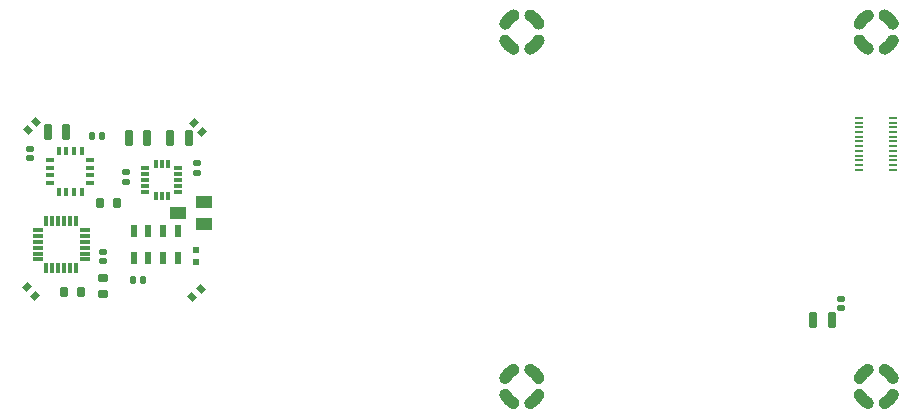
<source format=gtp>
G04 Layer_Color=8421504*
%FSAX42Y42*%
%MOMM*%
G71*
G01*
G75*
%ADD12R,0.81X0.30*%
%ADD13R,0.30X0.81*%
%ADD14R,1.42X1.02*%
%ADD15R,0.61X0.51*%
G04:AMPARAMS|DCode=16|XSize=0.51mm|YSize=0.61mm|CornerRadius=0mm|HoleSize=0mm|Usage=FLASHONLY|Rotation=225.000|XOffset=0mm|YOffset=0mm|HoleType=Round|Shape=Rectangle|*
%AMROTATEDRECTD16*
4,1,4,-0.04,0.40,0.40,-0.04,0.04,-0.40,-0.40,0.04,-0.04,0.40,0.0*
%
%ADD16ROTATEDRECTD16*%

G04:AMPARAMS|DCode=17|XSize=0.51mm|YSize=0.61mm|CornerRadius=0mm|HoleSize=0mm|Usage=FLASHONLY|Rotation=315.000|XOffset=0mm|YOffset=0mm|HoleType=Round|Shape=Rectangle|*
%AMROTATEDRECTD17*
4,1,4,-0.40,-0.04,0.04,0.40,0.40,0.04,-0.04,-0.40,-0.40,-0.04,0.0*
%
%ADD17ROTATEDRECTD17*%

G04:AMPARAMS|DCode=18|XSize=0.51mm|YSize=0.61mm|CornerRadius=0.13mm|HoleSize=0mm|Usage=FLASHONLY|Rotation=90.000|XOffset=0mm|YOffset=0mm|HoleType=Round|Shape=RoundedRectangle|*
%AMROUNDEDRECTD18*
21,1,0.51,0.36,0,0,90.0*
21,1,0.25,0.61,0,0,90.0*
1,1,0.25,0.18,0.13*
1,1,0.25,0.18,-0.13*
1,1,0.25,-0.18,-0.13*
1,1,0.25,-0.18,0.13*
%
%ADD18ROUNDEDRECTD18*%
G04:AMPARAMS|DCode=19|XSize=0.61mm|YSize=0.91mm|CornerRadius=0.15mm|HoleSize=0mm|Usage=FLASHONLY|Rotation=270.000|XOffset=0mm|YOffset=0mm|HoleType=Round|Shape=RoundedRectangle|*
%AMROUNDEDRECTD19*
21,1,0.61,0.61,0,0,270.0*
21,1,0.30,0.91,0,0,270.0*
1,1,0.30,-0.30,-0.15*
1,1,0.30,-0.30,0.15*
1,1,0.30,0.30,0.15*
1,1,0.30,0.30,-0.15*
%
%ADD19ROUNDEDRECTD19*%
G04:AMPARAMS|DCode=20|XSize=0.61mm|YSize=0.91mm|CornerRadius=0.15mm|HoleSize=0mm|Usage=FLASHONLY|Rotation=0.000|XOffset=0mm|YOffset=0mm|HoleType=Round|Shape=RoundedRectangle|*
%AMROUNDEDRECTD20*
21,1,0.61,0.61,0,0,0.0*
21,1,0.30,0.91,0,0,0.0*
1,1,0.30,0.15,-0.30*
1,1,0.30,-0.15,-0.30*
1,1,0.30,-0.15,0.30*
1,1,0.30,0.15,0.30*
%
%ADD20ROUNDEDRECTD20*%
G04:AMPARAMS|DCode=21|XSize=0.71mm|YSize=1.32mm|CornerRadius=0.18mm|HoleSize=0mm|Usage=FLASHONLY|Rotation=180.000|XOffset=0mm|YOffset=0mm|HoleType=Round|Shape=RoundedRectangle|*
%AMROUNDEDRECTD21*
21,1,0.71,0.97,0,0,180.0*
21,1,0.36,1.32,0,0,180.0*
1,1,0.36,-0.18,0.48*
1,1,0.36,0.18,0.48*
1,1,0.36,0.18,-0.48*
1,1,0.36,-0.18,-0.48*
%
%ADD21ROUNDEDRECTD21*%
G04:AMPARAMS|DCode=22|XSize=0.51mm|YSize=0.61mm|CornerRadius=0.13mm|HoleSize=0mm|Usage=FLASHONLY|Rotation=0.000|XOffset=0mm|YOffset=0mm|HoleType=Round|Shape=RoundedRectangle|*
%AMROUNDEDRECTD22*
21,1,0.51,0.36,0,0,0.0*
21,1,0.25,0.61,0,0,0.0*
1,1,0.25,0.13,-0.18*
1,1,0.25,-0.13,-0.18*
1,1,0.25,-0.13,0.18*
1,1,0.25,0.13,0.18*
%
%ADD22ROUNDEDRECTD22*%
%ADD23R,0.70X0.20*%
%ADD24R,0.66X0.30*%
%ADD25R,0.30X0.66*%
%ADD26R,0.61X1.12*%
%ADD30C,1.00*%
D12*
X006100Y006327D02*
D03*
Y006276D02*
D03*
Y006225D02*
D03*
Y006175D02*
D03*
Y006125D02*
D03*
Y006075D02*
D03*
X006501D02*
D03*
Y006125D02*
D03*
Y006175D02*
D03*
Y006225D02*
D03*
Y006276D02*
D03*
Y006327D02*
D03*
D13*
X006175Y006000D02*
D03*
X006225D02*
D03*
X006275D02*
D03*
X006325D02*
D03*
X006376D02*
D03*
X006427D02*
D03*
Y006401D02*
D03*
X006376D02*
D03*
X006325D02*
D03*
X006275D02*
D03*
X006225D02*
D03*
X006175D02*
D03*
D14*
X007286Y006467D02*
D03*
X007508Y006563D02*
D03*
Y006372D02*
D03*
D15*
X007442Y006154D02*
D03*
Y006053D02*
D03*
D16*
X007482Y005827D02*
D03*
X007411Y005756D02*
D03*
X006019Y007172D02*
D03*
X006090Y007243D02*
D03*
D17*
X007423Y007230D02*
D03*
X007494Y007158D02*
D03*
X006078Y005768D02*
D03*
X006007Y005840D02*
D03*
D18*
X006650Y006140D02*
D03*
Y006060D02*
D03*
X006850Y006732D02*
D03*
Y006812D02*
D03*
X007450Y006810D02*
D03*
Y006890D02*
D03*
X006035Y007014D02*
D03*
Y006934D02*
D03*
X012900Y005740D02*
D03*
Y005660D02*
D03*
D19*
X006650Y005780D02*
D03*
Y005920D02*
D03*
D20*
X006466Y005796D02*
D03*
X006326D02*
D03*
X006770Y006550D02*
D03*
X006630D02*
D03*
D21*
X007380Y007100D02*
D03*
X007220D02*
D03*
X006344Y007153D02*
D03*
X006184D02*
D03*
X012826Y005560D02*
D03*
X012666D02*
D03*
X007030Y007100D02*
D03*
X006870D02*
D03*
D22*
X006644Y007117D02*
D03*
X006564D02*
D03*
X006990Y005900D02*
D03*
X006910D02*
D03*
D23*
X013056Y007274D02*
D03*
Y006834D02*
D03*
X013344Y007274D02*
D03*
Y006834D02*
D03*
Y006874D02*
D03*
Y006914D02*
D03*
Y006954D02*
D03*
Y006994D02*
D03*
Y007034D02*
D03*
X013056Y006874D02*
D03*
Y006914D02*
D03*
Y006954D02*
D03*
Y006994D02*
D03*
Y007034D02*
D03*
Y007234D02*
D03*
Y007194D02*
D03*
Y007154D02*
D03*
Y007114D02*
D03*
Y007074D02*
D03*
X013344Y007234D02*
D03*
Y007194D02*
D03*
Y007154D02*
D03*
Y007114D02*
D03*
Y007074D02*
D03*
D24*
X006205Y006917D02*
D03*
Y006852D02*
D03*
Y006787D02*
D03*
Y006722D02*
D03*
X006545D02*
D03*
Y006787D02*
D03*
Y006852D02*
D03*
Y006917D02*
D03*
X007287Y006852D02*
D03*
Y006801D02*
D03*
Y006750D02*
D03*
Y006700D02*
D03*
Y006650D02*
D03*
X007013D02*
D03*
Y006700D02*
D03*
Y006750D02*
D03*
Y006801D02*
D03*
Y006852D02*
D03*
D25*
X006278Y006650D02*
D03*
X006343D02*
D03*
X006408D02*
D03*
X006473D02*
D03*
Y006990D02*
D03*
X006408D02*
D03*
X006343D02*
D03*
X006278D02*
D03*
X007100Y006887D02*
D03*
X007150D02*
D03*
X007201D02*
D03*
Y006613D02*
D03*
X007150D02*
D03*
X007100D02*
D03*
D26*
X006912Y006090D02*
D03*
X007036D02*
D03*
X007162D02*
D03*
X007288D02*
D03*
Y006312D02*
D03*
X007162D02*
D03*
X007036D02*
D03*
X006912D02*
D03*
D30*
X013059Y007929D02*
G03*
X013129Y007859I000141J000071D01*
G01*
X013271D02*
G03*
X013341Y007929I-000071J000141D01*
G01*
Y008071D02*
G03*
X013271Y008141I-000141J-000071D01*
G01*
X013129D02*
G03*
X013059Y008071I000071J-000141D01*
G01*
X010129Y005141D02*
G03*
X010059Y005071I000071J-000141D01*
G01*
X010341D02*
G03*
X010271Y005141I-000141J-000071D01*
G01*
Y004859D02*
G03*
X010341Y004929I-000071J000141D01*
G01*
X010059D02*
G03*
X010129Y004859I000141J000071D01*
G01*
X010059Y007929D02*
G03*
X010129Y007859I000141J000071D01*
G01*
X010271D02*
G03*
X010341Y007929I-000071J000141D01*
G01*
Y008071D02*
G03*
X010271Y008141I-000141J-000071D01*
G01*
X010129D02*
G03*
X010059Y008071I000071J-000141D01*
G01*
X013129Y005141D02*
G03*
X013059Y005071I000071J-000141D01*
G01*
X013341D02*
G03*
X013271Y005141I-000141J-000071D01*
G01*
Y004859D02*
G03*
X013341Y004929I-000071J000141D01*
G01*
X013059D02*
G03*
X013129Y004859I000141J000071D01*
G01*
M02*

</source>
